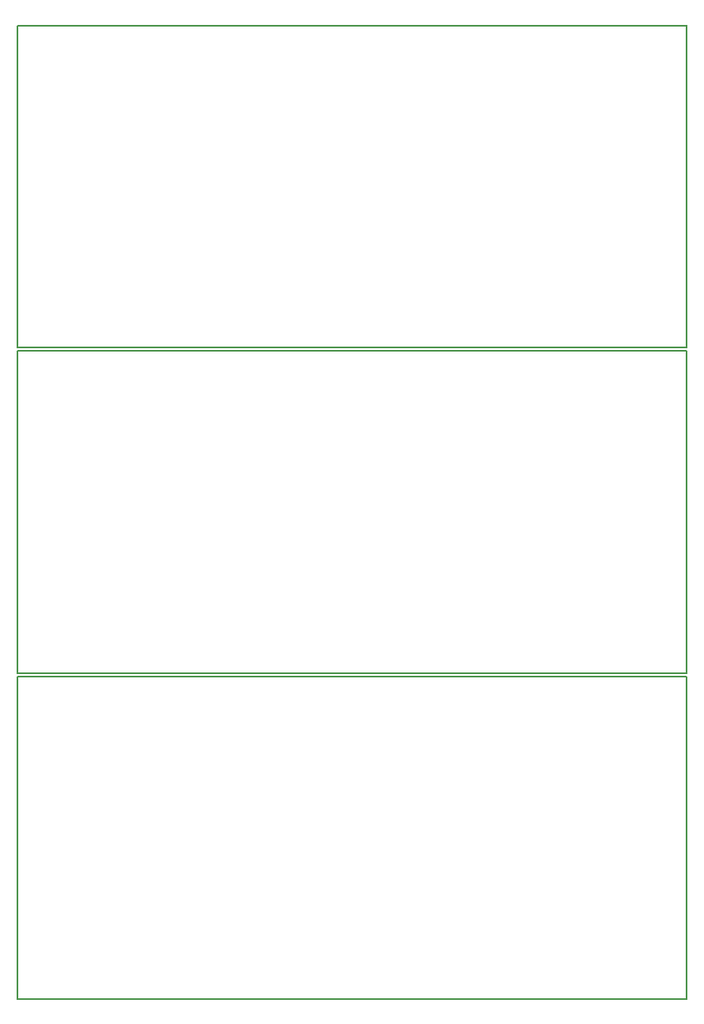
<source format=gbr>
G04 #@! TF.FileFunction,Legend,Bot*
%FSLAX46Y46*%
G04 Gerber Fmt 4.6, Leading zero omitted, Abs format (unit mm)*
G04 Created by KiCad (PCBNEW 4.0.2+dfsg1-stable) date Wed 16 Mar 2016 07:28:31 PM CET*
%MOMM*%
G01*
G04 APERTURE LIST*
%ADD10C,0.150000*%
G04 APERTURE END LIST*
D10*
X166650000Y-162055000D02*
X166650000Y-162155000D01*
X234910000Y-162055000D02*
X166650000Y-162055000D01*
X166650000Y-194880000D02*
X166650000Y-194855000D01*
X234910000Y-194880000D02*
X166650000Y-194880000D01*
X234905000Y-162030000D02*
X234905000Y-194880000D01*
X166650000Y-162080000D02*
X166650000Y-194880000D01*
X166650000Y-128910000D02*
X166650000Y-161710000D01*
X234905000Y-128860000D02*
X234905000Y-161710000D01*
X234910000Y-161710000D02*
X166650000Y-161710000D01*
X166650000Y-161710000D02*
X166650000Y-161685000D01*
X234910000Y-128885000D02*
X166650000Y-128885000D01*
X166650000Y-128885000D02*
X166650000Y-128985000D01*
X166650000Y-95725000D02*
X166650000Y-95825000D01*
X234910000Y-95725000D02*
X166650000Y-95725000D01*
X166650000Y-128550000D02*
X166650000Y-128525000D01*
X234910000Y-128550000D02*
X166650000Y-128550000D01*
X234905000Y-95700000D02*
X234905000Y-128550000D01*
X166650000Y-95750000D02*
X166650000Y-128550000D01*
M02*

</source>
